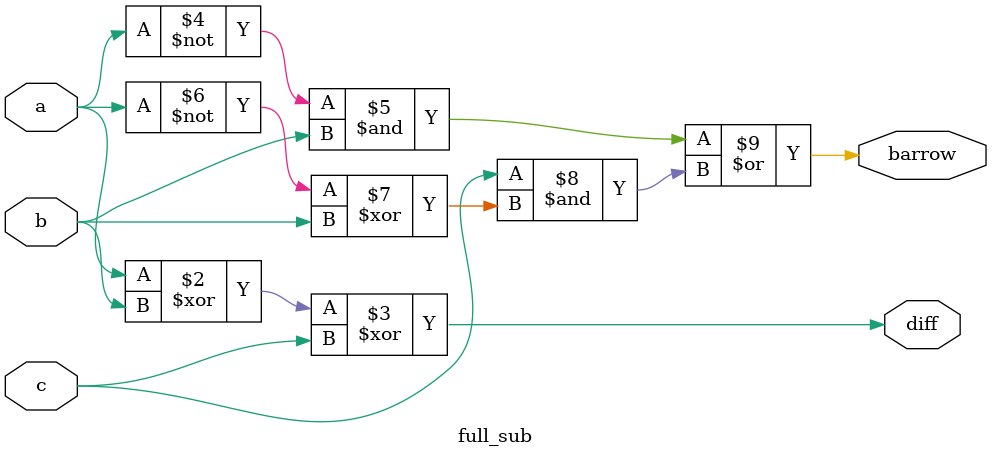
<source format=v>
`timescale 1ns / 1ps
module full_sub(
   input a,
   input b,
   input c,
   output reg diff, 
   output reg barrow
    );
    
    always@(*) begin 
     diff = a^b^c;
     barrow = (~a & b) | (c & (~a ^ b));
    end
endmodule

</source>
